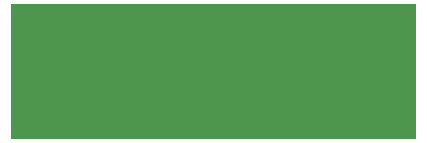
<source format=gbr>
G04 DipTrace 2.4.0.1*
%INBoard.gbr*%
%MOIN*%
%ADD11C,0.0055*%
%FSLAX44Y44*%
G04*
G70*
G90*
G75*
G01*
%LNBoardPoly*%
%LPD*%
G36*
X17440Y8440D2*
D11*
Y3940D1*
X3940D1*
Y8440D1*
X17440D1*
G37*
M02*

</source>
